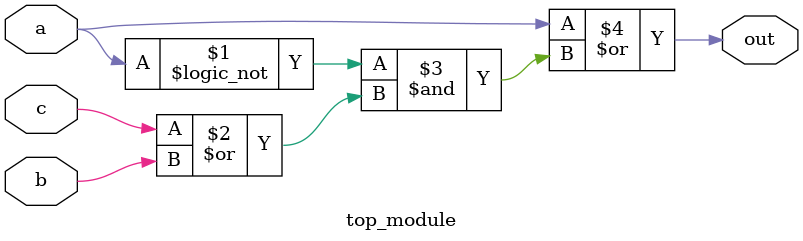
<source format=v>
/*
Turn the K-Map into code.
The 4 adjacent 1's (quad) is the term: A
The two middles 1's on the left side is the term: !AC
The two 1's on the bottom left side is the term: !AB
Therefore the final equation is: A+!AC+!AB
Simplified the equation becomes: A+!A(C+B)
*/

module top_module(
    input  a,
    input  b,
    input  c,
    output out  
); 
assign out = a | !a & (c | b);
endmodule

</source>
